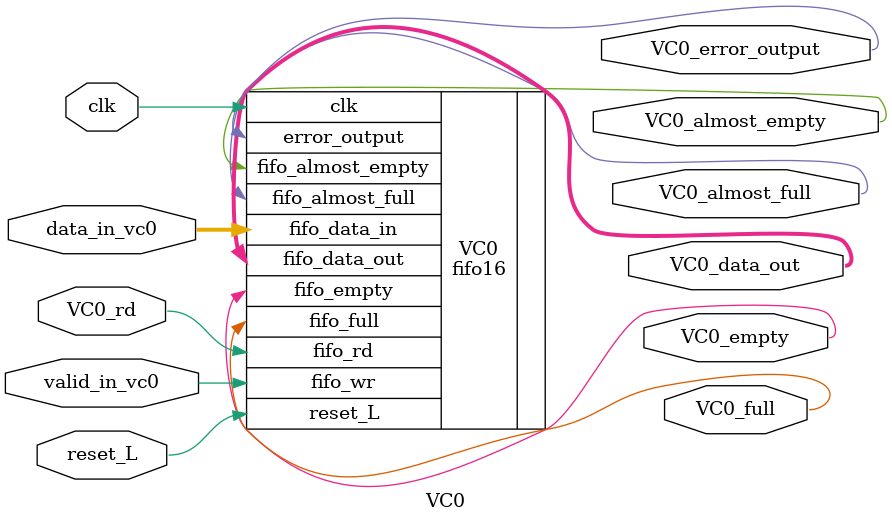
<source format=v>
module VC0 #(
parameter		BW16=6,	// Byte/data width
parameter [5:0]	LEN=16,
parameter TOL = 1)
    (
	input				clk, reset_L,
	input				valid_in_vc0,
	input	 [(BW16-1):0]	data_in_vc0,
	input				VC0_rd,
	output	[(BW16-1):0]	VC0_data_out,
	output  			VC0_error_output,
	output   				VC0_full,
	output   				VC0_empty,
	output   				VC0_almost_full,
	output   				VC0_almost_empty);

fifo16 #(.BW(BW16), .LEN(LEN), .TOL(TOL)) VC0  (
	 // Outputs
	 .fifo_data_out			(VC0_data_out[(BW16-1):0]),
	 .error_output			(VC0_error_output),
	 .fifo_full			(VC0_full),
	 .fifo_empty			(VC0_empty),
	 .fifo_almost_full		(VC0_almost_full),
	 .fifo_almost_empty		(VC0_almost_empty),
	 // Inputs
	 .clk				(clk),
	 .reset_L			(reset_L),
	 .fifo_wr			(valid_in_vc0),
	 .fifo_data_in			(data_in_vc0[(BW16-1):0]),
	 .fifo_rd			(VC0_rd)) ;

endmodule

</source>
